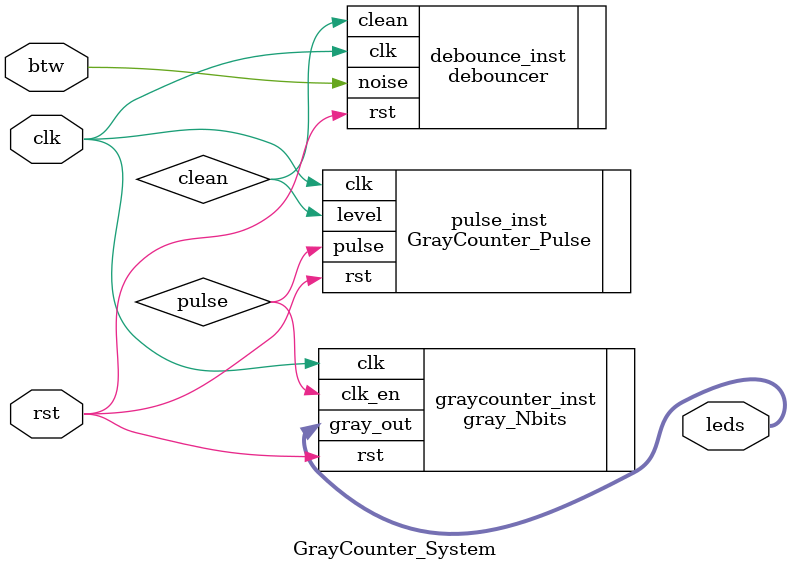
<source format=v>
`timescale 1ns / 1ps
module GrayCounter_System(clk, rst, btw, leds);
  parameter N = 8;
  //parameter distance = 100000000; // How much for 1 Hz when clk period is 10 ns?
  parameter DELAY = 1000000;
  input clk, rst;
  input btw;
  output [N-1:0] leds;
  wire clean;
  wire pulse;
    
  // Instantiation of the button Debouncer  
  debouncer #(.DELAY(DELAY)) debounce_inst (.rst(rst), .clk(clk), .noise(btw), .clean(clean));
                   
  // Instantiation of the GrayCounter_Pulse 
  GrayCounter_Pulse pulse_inst (.clk(clk), .rst(rst), .level(clean), .pulse(pulse));
      
  // Instantiation of the gray_Nbits 
  gray_Nbits #(.N(N)) graycounter_inst (.clk(clk), .clk_en(pulse), .rst(rst), .gray_out(leds));


endmodule

</source>
